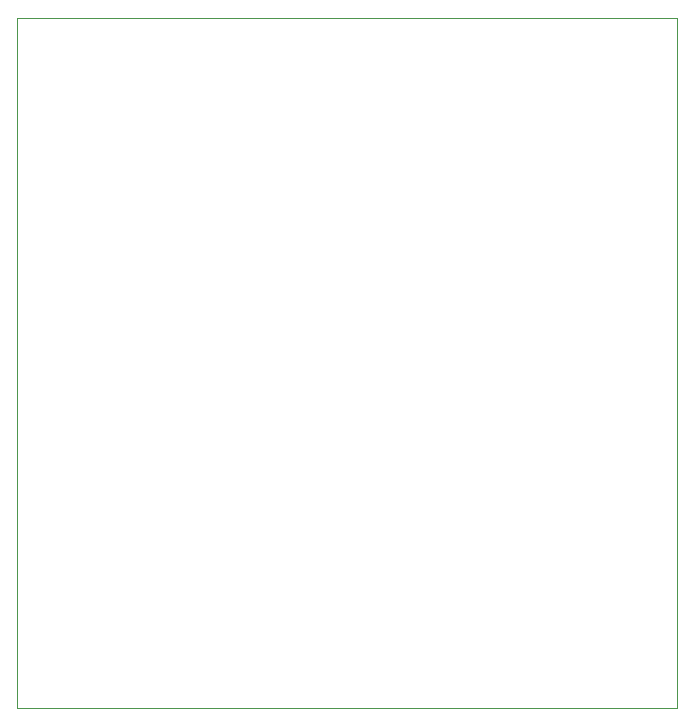
<source format=gm1>
G04 #@! TF.GenerationSoftware,KiCad,Pcbnew,(6.0.0)*
G04 #@! TF.CreationDate,2022-02-13T15:34:51+09:00*
G04 #@! TF.ProjectId,8x8_eyes,3878385f-6579-4657-932e-6b696361645f,rev?*
G04 #@! TF.SameCoordinates,PX87a6900PY6486dd0*
G04 #@! TF.FileFunction,Profile,NP*
%FSLAX46Y46*%
G04 Gerber Fmt 4.6, Leading zero omitted, Abs format (unit mm)*
G04 Created by KiCad (PCBNEW (6.0.0)) date 2022-02-13 15:34:51*
%MOMM*%
%LPD*%
G01*
G04 APERTURE LIST*
G04 #@! TA.AperFunction,Profile*
%ADD10C,0.100000*%
G04 #@! TD*
G04 APERTURE END LIST*
D10*
X-27940000Y29210000D02*
X27940000Y29210000D01*
X-27940000Y-29210000D02*
X-27940000Y29210000D01*
X27940000Y-29210000D02*
X-27940000Y-29210000D01*
X27940000Y29210000D02*
X27940000Y-29210000D01*
M02*

</source>
